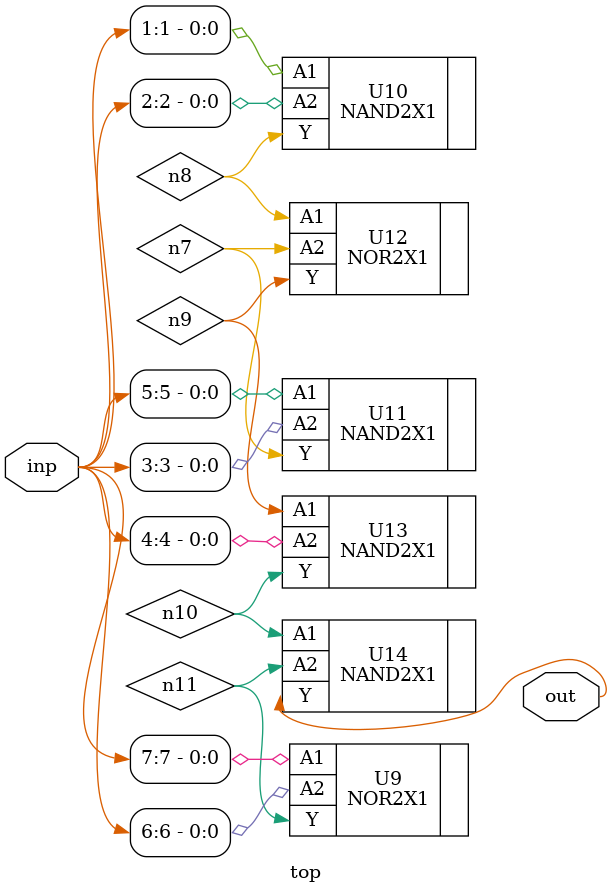
<source format=sv>


module top ( inp, out );
  input [7:0] inp;
  output out;
  wire   n7, n8, n9, n10, n11;

  NOR2X1 U9 ( .A1(inp[7]), .A2(inp[6]), .Y(n11) );
  NAND2X1 U10 ( .A1(inp[1]), .A2(inp[2]), .Y(n8) );
  NAND2X1 U11 ( .A1(inp[5]), .A2(inp[3]), .Y(n7) );
  NOR2X1 U12 ( .A1(n8), .A2(n7), .Y(n9) );
  NAND2X1 U13 ( .A1(n9), .A2(inp[4]), .Y(n10) );
  NAND2X1 U14 ( .A1(n10), .A2(n11), .Y(out) );
endmodule


</source>
